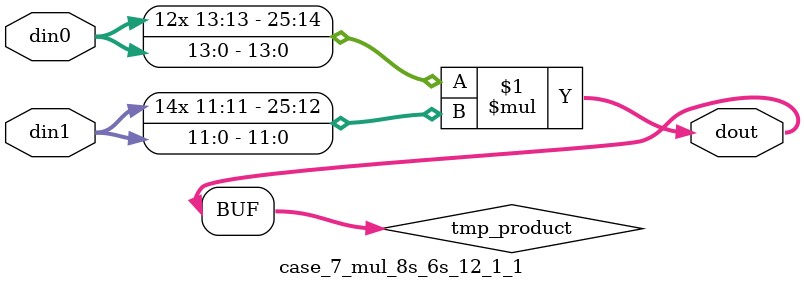
<source format=v>

`timescale 1 ns / 1 ps

 module case_7_mul_8s_6s_12_1_1(din0, din1, dout);
parameter ID = 1;
parameter NUM_STAGE = 0;
parameter din0_WIDTH = 14;
parameter din1_WIDTH = 12;
parameter dout_WIDTH = 26;

input [din0_WIDTH - 1 : 0] din0; 
input [din1_WIDTH - 1 : 0] din1; 
output [dout_WIDTH - 1 : 0] dout;

wire signed [dout_WIDTH - 1 : 0] tmp_product;



























assign tmp_product = $signed(din0) * $signed(din1);








assign dout = tmp_product;





















endmodule

</source>
